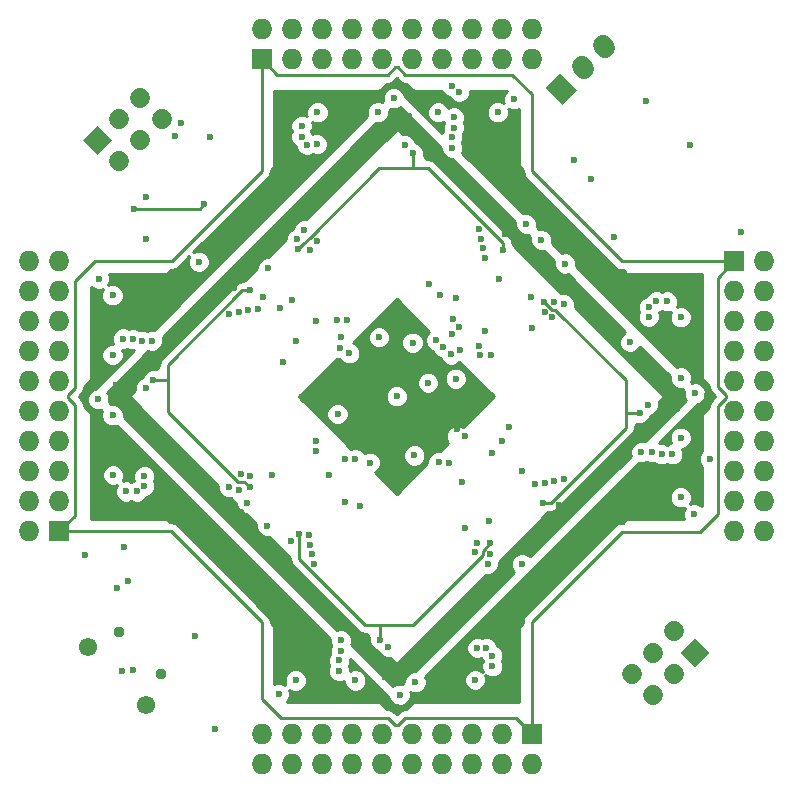
<source format=gbr>
G04 #@! TF.FileFunction,Copper,L3,Inr,Plane*
%FSLAX46Y46*%
G04 Gerber Fmt 4.6, Leading zero omitted, Abs format (unit mm)*
G04 Created by KiCad (PCBNEW 4.0.6-e0-6349~53~ubuntu14.04.1) date Fri Mar 31 01:21:10 2017*
%MOMM*%
%LPD*%
G01*
G04 APERTURE LIST*
%ADD10C,0.100000*%
%ADD11C,1.727200*%
%ADD12R,1.727200X1.727200*%
%ADD13O,1.727200X1.727200*%
%ADD14C,0.950000*%
%ADD15C,1.550000*%
%ADD16C,0.600000*%
%ADD17C,0.250000*%
%ADD18C,0.254000*%
G04 APERTURE END LIST*
D10*
G36*
X14077763Y24705922D02*
X12640922Y26142763D01*
X13862237Y27364078D01*
X15299078Y25927237D01*
X14077763Y24705922D01*
X14077763Y24705922D01*
G37*
D11*
X15658288Y27938814D02*
X15873814Y27723288D01*
X17454339Y29734865D02*
X17669865Y29519339D01*
D12*
X11430000Y-28575000D03*
D13*
X11430000Y-31115000D03*
X8890000Y-28575000D03*
X8890000Y-31115000D03*
X6350000Y-28575000D03*
X6350000Y-31115000D03*
X3810000Y-28575000D03*
X3810000Y-31115000D03*
X1270000Y-28575000D03*
X1270000Y-31115000D03*
X-1270000Y-28575000D03*
X-1270000Y-31115000D03*
X-3810000Y-28575000D03*
X-3810000Y-31115000D03*
X-6350000Y-28575000D03*
X-6350000Y-31115000D03*
X-8890000Y-28575000D03*
X-8890000Y-31115000D03*
X-11430000Y-28575000D03*
X-11430000Y-31115000D03*
D12*
X-28575000Y-11430000D03*
D13*
X-31115000Y-11430000D03*
X-28575000Y-8890000D03*
X-31115000Y-8890000D03*
X-28575000Y-6350000D03*
X-31115000Y-6350000D03*
X-28575000Y-3810000D03*
X-31115000Y-3810000D03*
X-28575000Y-1270000D03*
X-31115000Y-1270000D03*
X-28575000Y1270000D03*
X-31115000Y1270000D03*
X-28575000Y3810000D03*
X-31115000Y3810000D03*
X-28575000Y6350000D03*
X-31115000Y6350000D03*
X-28575000Y8890000D03*
X-31115000Y8890000D03*
X-28575000Y11430000D03*
X-31115000Y11430000D03*
D12*
X-11430000Y28575000D03*
D13*
X-11430000Y31115000D03*
X-8890000Y28575000D03*
X-8890000Y31115000D03*
X-6350000Y28575000D03*
X-6350000Y31115000D03*
X-3810000Y28575000D03*
X-3810000Y31115000D03*
X-1270000Y28575000D03*
X-1270000Y31115000D03*
X1270000Y28575000D03*
X1270000Y31115000D03*
X3810000Y28575000D03*
X3810000Y31115000D03*
X6350000Y28575000D03*
X6350000Y31115000D03*
X8890000Y28575000D03*
X8890000Y31115000D03*
X11430000Y28575000D03*
X11430000Y31115000D03*
D12*
X28575000Y11430000D03*
D13*
X31115000Y11430000D03*
X28575000Y8890000D03*
X31115000Y8890000D03*
X28575000Y6350000D03*
X31115000Y6350000D03*
X28575000Y3810000D03*
X31115000Y3810000D03*
X28575000Y1270000D03*
X31115000Y1270000D03*
X28575000Y-1270000D03*
X31115000Y-1270000D03*
X28575000Y-3810000D03*
X31115000Y-3810000D03*
X28575000Y-6350000D03*
X31115000Y-6350000D03*
X28575000Y-8890000D03*
X31115000Y-8890000D03*
X28575000Y-11430000D03*
X31115000Y-11430000D03*
D14*
X-19986714Y-23523521D03*
X-23522248Y-19987987D03*
D15*
X-21188796Y-26139816D03*
X-26138543Y-21190068D03*
D10*
G36*
X-25290000Y20478685D02*
X-26511315Y21700000D01*
X-25290000Y22921315D01*
X-24068685Y21700000D01*
X-25290000Y20478685D01*
X-25290000Y20478685D01*
G37*
D11*
X-23493949Y19903949D02*
X-23493949Y19903949D01*
X-23493949Y23496051D02*
X-23493949Y23496051D01*
X-21697898Y21700000D02*
X-21697898Y21700000D01*
X-21697898Y25292102D02*
X-21697898Y25292102D01*
X-19901846Y23496051D02*
X-19901846Y23496051D01*
D10*
G36*
X25290000Y-20478685D02*
X26511315Y-21700000D01*
X25290000Y-22921315D01*
X24068685Y-21700000D01*
X25290000Y-20478685D01*
X25290000Y-20478685D01*
G37*
D11*
X23493949Y-19903949D02*
X23493949Y-19903949D01*
X23493949Y-23496051D02*
X23493949Y-23496051D01*
X21697898Y-21700000D02*
X21697898Y-21700000D01*
X21697898Y-25292102D02*
X21697898Y-25292102D01*
X19901846Y-23496051D02*
X19901846Y-23496051D01*
D16*
X7850000Y-10550000D03*
X5550000Y-7250000D03*
X19750000Y4600000D03*
X24800000Y21300000D03*
X-16750000Y11400000D03*
X8700000Y9900000D03*
X-9850000Y7450000D03*
X16500000Y18400000D03*
X21150000Y25050000D03*
X-13150000Y-9800000D03*
X-8850000Y-15750000D03*
X-15750000Y-8850000D03*
X-9750000Y13850000D03*
X1050000Y23750000D03*
X-23750000Y1000000D03*
X-1000000Y-23750000D03*
X23750000Y-1050000D03*
X-3050000Y21250000D03*
X-21250000Y-3050000D03*
X21250000Y3050000D03*
X3050000Y-21250000D03*
X13650000Y9300000D03*
X9050000Y-15050000D03*
X13750000Y-9200000D03*
X9200000Y13750000D03*
X-13750000Y9200000D03*
X5100000Y-2800000D03*
X-5750000Y-6650000D03*
X5750000Y-3350000D03*
X3550000Y-5550000D03*
X4400000Y-5650000D03*
X-9600000Y2900000D03*
X-8500000Y4650000D03*
X-6850000Y6400000D03*
X4650000Y26300000D03*
X5300000Y25800000D03*
X5400000Y3950000D03*
X9500000Y-2600000D03*
X7000000Y4300000D03*
X7100000Y3500000D03*
X8000000Y3500000D03*
X8900000Y-3800000D03*
X8100000Y-4800000D03*
X-3100000Y-9300000D03*
X-4400000Y-8900000D03*
X21250000Y-700000D03*
X5250000Y-50000D03*
X4450000Y-1750000D03*
X-3150000Y-2950000D03*
X50000Y5250000D03*
X700000Y21250000D03*
X-5000000Y-500000D03*
X-21250000Y700000D03*
X500000Y-5000000D03*
X-700000Y-21200000D03*
X11500000Y5800000D03*
X-11300000Y8450000D03*
X10600000Y-6350000D03*
X-8850000Y8150000D03*
X-10550000Y-6650000D03*
X-10850000Y10850000D03*
X10600000Y-14200000D03*
X5800000Y-11150000D03*
X-10950000Y-10950000D03*
X-9950000Y-25200000D03*
X25200000Y-9950000D03*
X9950000Y25150000D03*
X-25200000Y9950000D03*
X1350000Y4550000D03*
X15050000Y20000000D03*
X10950000Y14600000D03*
X-250000Y25250000D03*
X-25250000Y-250000D03*
X250000Y-25250000D03*
X25250000Y250000D03*
X5000000Y1500000D03*
X1500000Y-5000000D03*
X-5000000Y-1500000D03*
X-1500000Y5000000D03*
X-8550000Y-24050000D03*
X-3500000Y-24050000D03*
X1600000Y-24200000D03*
X6650000Y-24000000D03*
X-24000000Y-6650000D03*
X-24050000Y-1600000D03*
X-24050000Y3500000D03*
X-24050000Y8550000D03*
X-6700000Y24050000D03*
X-1600000Y24050000D03*
X3500000Y24050000D03*
X8550000Y24050000D03*
X24050000Y6700000D03*
X24050000Y1600000D03*
X24050000Y-3500000D03*
X24050000Y-8550000D03*
X-3500000Y-5300000D03*
X-4400000Y-5300000D03*
X-6850000Y-3750000D03*
X-6850000Y-4650000D03*
X2750000Y9550000D03*
X-4750000Y4100000D03*
X-4700000Y5050000D03*
X-4200000Y6450000D03*
X-5050000Y6500000D03*
X3700000Y8600000D03*
X5000000Y8300000D03*
X-22900000Y-8050000D03*
X-22000000Y-8050000D03*
X-21350000Y-6750000D03*
X-21350000Y-7550000D03*
X-14150000Y-7700000D03*
X-13350000Y-7900000D03*
X-13200000Y-6600000D03*
X-12400000Y-6700000D03*
X2650000Y1150000D03*
X-2250000Y-5600000D03*
X0Y0D03*
X-4000000Y3650000D03*
X-11750000Y7400000D03*
X-12550000Y7300000D03*
X-13350000Y7150000D03*
X-14150000Y7000000D03*
X-23150000Y4900000D03*
X-22350000Y4850000D03*
X-21550000Y4700000D03*
X-20700000Y4700000D03*
X-8050000Y22900000D03*
X-8050000Y22000000D03*
X-6750000Y21350000D03*
X-7600000Y21300000D03*
X-7800000Y14100000D03*
X-8450000Y13300000D03*
X-6700000Y13200000D03*
X-7350000Y12400000D03*
X7450000Y11750000D03*
X7300000Y12550000D03*
X7150000Y13350000D03*
X7000000Y14150000D03*
X4850000Y23650000D03*
X4850000Y22750000D03*
X4700000Y21950000D03*
X4700000Y21050000D03*
X22900000Y8050000D03*
X22000000Y8050000D03*
X21350000Y6750000D03*
X21350000Y7550000D03*
X14150000Y7800000D03*
X13350000Y8000000D03*
X13200000Y6700000D03*
X12550000Y7150000D03*
X11750000Y-7450000D03*
X12550000Y-7300000D03*
X13350000Y-7150000D03*
X14150000Y-7000000D03*
X23350000Y-4900000D03*
X22450000Y-4900000D03*
X21650000Y-4700000D03*
X20700000Y-4700000D03*
X8100000Y-22850000D03*
X8100000Y-21950000D03*
X6800000Y-21300000D03*
X7600000Y-21300000D03*
X7750000Y-14150000D03*
X7950000Y-13350000D03*
X6650000Y-13200000D03*
X6850000Y-12400000D03*
X-7450000Y-11750000D03*
X-7300000Y-12550000D03*
X-7150000Y-13350000D03*
X-7000000Y-14150000D03*
X-4900000Y-23250000D03*
X-4850000Y-22350000D03*
X-4700000Y-21550000D03*
X-4700000Y-20650000D03*
X-20600000Y1400000D03*
X-12450000Y9000000D03*
X-12450000Y-7700000D03*
X-8350000Y12450000D03*
X1400000Y20600000D03*
X9050000Y12400000D03*
X15850000Y-13450000D03*
X-13850000Y-13850000D03*
X-14450000Y14450000D03*
X0Y26300000D03*
X-26300000Y0D03*
X0Y-26300000D03*
X26300000Y0D03*
X20600000Y-1400000D03*
X12400000Y-9000000D03*
X12500000Y8000000D03*
X-8250000Y-11650000D03*
X-1400000Y-20600000D03*
X7950000Y-12450000D03*
X-16300000Y16250000D03*
X-22200000Y15900000D03*
X-12650000Y-9000000D03*
X-8900000Y-12200000D03*
X-23250000Y-23250000D03*
X-22300000Y-23200000D03*
X-18750000Y22050000D03*
X-17100000Y-20250000D03*
X-26400000Y-13400000D03*
X-18250000Y23150000D03*
X26500000Y-5300000D03*
X7450000Y5550000D03*
X11350000Y8400000D03*
X3950000Y4150000D03*
X3350000Y4750000D03*
X4700000Y5250000D03*
X5250000Y5900000D03*
X4750000Y6550000D03*
X12250000Y13250000D03*
X18400000Y13500000D03*
X14250000Y11250000D03*
X4600000Y3550000D03*
X-23100000Y-12750000D03*
X29150000Y13900000D03*
X-22700000Y-15650000D03*
X-15800000Y22000000D03*
X-21250000Y13300000D03*
X-21250000Y16850000D03*
X-15400000Y-28200000D03*
X-23700000Y-16200000D03*
D17*
X750000Y-27250000D02*
X150000Y-27850000D01*
X1150000Y-27250000D02*
X750000Y-27250000D01*
X1150000Y-27250000D02*
X9150000Y-27250000D01*
X27200000Y-1000000D02*
X27200000Y-800000D01*
X11430000Y-19070000D02*
X19050000Y-11450000D01*
X19050000Y-11450000D02*
X25700000Y-11450000D01*
X25700000Y-11450000D02*
X27200000Y-9950000D01*
X27200000Y-9950000D02*
X27200000Y-1000000D01*
X11430000Y-28575000D02*
X11430000Y-19070000D01*
X9150000Y-27250000D02*
X10105000Y-27250000D01*
X10105000Y-27250000D02*
X11430000Y-28575000D01*
X27850000Y-150000D02*
X27850000Y150000D01*
X27200000Y-800000D02*
X27850000Y-150000D01*
X27850000Y150000D02*
X27200000Y800000D01*
X27200000Y800000D02*
X27200000Y1200000D01*
X27200000Y8950000D02*
X27200000Y10055000D01*
X27200000Y1200000D02*
X27200000Y8950000D01*
X-9800000Y-27250000D02*
X-750000Y-27250000D01*
X-11400000Y-25650000D02*
X-9800000Y-27250000D01*
X-11400000Y-19100000D02*
X-11400000Y-25650000D01*
X-19070000Y-11430000D02*
X-11400000Y-19100000D01*
X-150000Y-27850000D02*
X-750000Y-27250000D01*
X150000Y-27850000D02*
X-150000Y-27850000D01*
X-28575000Y-11430000D02*
X-19070000Y-11430000D01*
X-27250000Y-750000D02*
X-27250000Y-1300000D01*
X-27850000Y-150000D02*
X-27250000Y-750000D01*
X-27850000Y150000D02*
X-27850000Y-150000D01*
X-27250000Y-8900000D02*
X-27250000Y-10105000D01*
X-27250000Y-1300000D02*
X-27250000Y-8900000D01*
X-27250000Y-10105000D02*
X-28575000Y-11430000D01*
X-27250000Y750000D02*
X-27850000Y150000D01*
X-27250000Y950000D02*
X-27250000Y750000D01*
X-11430000Y19070000D02*
X-19050000Y11450000D01*
X-19050000Y11450000D02*
X-25550000Y11450000D01*
X-25550000Y11450000D02*
X-27250000Y9750000D01*
X-27250000Y9750000D02*
X-27250000Y950000D01*
X-11430000Y28575000D02*
X-11430000Y19070000D01*
X-750000Y27250000D02*
X-1150000Y27250000D01*
X-150000Y27850000D02*
X-750000Y27250000D01*
X150000Y27850000D02*
X-150000Y27850000D01*
X-9000000Y27250000D02*
X-10105000Y27250000D01*
X-1150000Y27250000D02*
X-9000000Y27250000D01*
X-10105000Y27250000D02*
X-11430000Y28575000D01*
X750000Y27250000D02*
X150000Y27850000D01*
X27200000Y10055000D02*
X28575000Y11430000D01*
X1000000Y27250000D02*
X750000Y27250000D01*
X19070000Y11430000D02*
X11450000Y19050000D01*
X11450000Y19050000D02*
X11450000Y25600000D01*
X11450000Y25600000D02*
X9800000Y27250000D01*
X9800000Y27250000D02*
X1000000Y27250000D01*
X28575000Y11430000D02*
X19070000Y11430000D01*
X-20600000Y1400000D02*
X-19350000Y1400000D01*
X-12450000Y9000000D02*
X-13050000Y9000000D01*
X-13050000Y9000000D02*
X-19350000Y2700000D01*
X-19350000Y2700000D02*
X-19350000Y1400000D01*
X-19350000Y1400000D02*
X-19350000Y-1350000D01*
X-19350000Y-1350000D02*
X-13450000Y-7250000D01*
X-13450000Y-7250000D02*
X-12900000Y-7250000D01*
X-12900000Y-7250000D02*
X-12450000Y-7700000D01*
X-7800000Y13000000D02*
X-8350000Y12450000D01*
X-7350000Y13450000D02*
X-7800000Y13000000D01*
X-1450000Y19350000D02*
X-7350000Y13450000D01*
X1400000Y19350000D02*
X-1450000Y19350000D01*
X1400000Y20600000D02*
X1400000Y19350000D01*
X9050000Y12400000D02*
X9050000Y13000000D01*
X9050000Y13000000D02*
X2700000Y19350000D01*
X2700000Y19350000D02*
X1400000Y19350000D01*
X20600000Y-1400000D02*
X19400000Y-1400000D01*
X12400000Y-9000000D02*
X13050000Y-9000000D01*
X13050000Y-9000000D02*
X19400000Y-2650000D01*
X19400000Y-2650000D02*
X19400000Y-1400000D01*
X19400000Y-1400000D02*
X19400000Y1400000D01*
X19400000Y1400000D02*
X13450000Y7350000D01*
X13450000Y7350000D02*
X13150000Y7350000D01*
X13150000Y7350000D02*
X12500000Y8000000D01*
X-8250000Y-13800000D02*
X-2700000Y-19350000D01*
X-8250000Y-11650000D02*
X-8250000Y-13800000D01*
X-1400000Y-20600000D02*
X-1400000Y-19350000D01*
X1825000Y-18925000D02*
X1400000Y-19350000D01*
X1400000Y-19350000D02*
X-1400000Y-19350000D01*
X-1400000Y-19350000D02*
X-2700000Y-19350000D01*
X7950000Y-12450000D02*
X7450000Y-12950000D01*
X7450000Y-12950000D02*
X7300000Y-13100000D01*
X7300000Y-13100000D02*
X7300000Y-13450000D01*
X7300000Y-13450000D02*
X6900000Y-13850000D01*
X6900000Y-13850000D02*
X3350000Y-17400000D01*
X3350000Y-17400000D02*
X1825000Y-18925000D01*
X-22200000Y15900000D02*
X-16650000Y15900000D01*
X-16650000Y15900000D02*
X-16300000Y16250000D01*
D18*
G36*
X2764117Y5486277D02*
X2557808Y5280327D01*
X2415162Y4936799D01*
X2414838Y4564833D01*
X2556883Y4221057D01*
X2819673Y3957808D01*
X3058762Y3858529D01*
X3156883Y3621057D01*
X3419673Y3357808D01*
X3719117Y3233467D01*
X3806883Y3021057D01*
X4069673Y2757808D01*
X4413201Y2615162D01*
X4785167Y2614838D01*
X5128943Y2756883D01*
X5311386Y2939008D01*
X8250394Y0D01*
X5661429Y-2588965D01*
X5630327Y-2557808D01*
X5286799Y-2415162D01*
X4914833Y-2414838D01*
X4571057Y-2556883D01*
X4307808Y-2819673D01*
X4165162Y-3163201D01*
X4164838Y-3535167D01*
X4306883Y-3878943D01*
X4339139Y-3911255D01*
X3635320Y-4615074D01*
X3364833Y-4614838D01*
X3021057Y-4756883D01*
X2757808Y-5019673D01*
X2615162Y-5363201D01*
X2614925Y-5635469D01*
X0Y-8250394D01*
X-1817449Y-6432945D01*
X-1721057Y-6393117D01*
X-1457808Y-6130327D01*
X-1315162Y-5786799D01*
X-1314838Y-5414833D01*
X-1409733Y-5185167D01*
X564838Y-5185167D01*
X706883Y-5528943D01*
X969673Y-5792192D01*
X1313201Y-5934838D01*
X1685167Y-5935162D01*
X2028943Y-5793117D01*
X2292192Y-5530327D01*
X2434838Y-5186799D01*
X2435162Y-4814833D01*
X2293117Y-4471057D01*
X2030327Y-4207808D01*
X1686799Y-4065162D01*
X1314833Y-4064838D01*
X971057Y-4206883D01*
X707808Y-4469673D01*
X565162Y-4813201D01*
X564838Y-5185167D01*
X-1409733Y-5185167D01*
X-1456883Y-5071057D01*
X-1719673Y-4807808D01*
X-2063201Y-4665162D01*
X-2435167Y-4664838D01*
X-2704747Y-4776226D01*
X-2706883Y-4771057D01*
X-2969673Y-4507808D01*
X-3313201Y-4365162D01*
X-3685167Y-4364838D01*
X-3826966Y-4423428D01*
X-6565227Y-1685167D01*
X-5935162Y-1685167D01*
X-5793117Y-2028943D01*
X-5530327Y-2292192D01*
X-5186799Y-2434838D01*
X-4814833Y-2435162D01*
X-4471057Y-2293117D01*
X-4207808Y-2030327D01*
X-4065162Y-1686799D01*
X-4064838Y-1314833D01*
X-4206883Y-971057D01*
X-4469673Y-707808D01*
X-4813201Y-565162D01*
X-5185167Y-564838D01*
X-5528943Y-706883D01*
X-5792192Y-969673D01*
X-5934838Y-1313201D01*
X-5935162Y-1685167D01*
X-6565227Y-1685167D01*
X-8065227Y-185167D01*
X-935162Y-185167D01*
X-793117Y-528943D01*
X-530327Y-792192D01*
X-186799Y-934838D01*
X185167Y-935162D01*
X528943Y-793117D01*
X792192Y-530327D01*
X934838Y-186799D01*
X935162Y185167D01*
X793117Y528943D01*
X530327Y792192D01*
X186799Y934838D01*
X-185167Y935162D01*
X-528943Y793117D01*
X-792192Y530327D01*
X-934838Y186799D01*
X-935162Y-185167D01*
X-8065227Y-185167D01*
X-8250394Y0D01*
X-7285561Y964833D01*
X1714838Y964833D01*
X1856883Y621057D01*
X2119673Y357808D01*
X2463201Y215162D01*
X2835167Y214838D01*
X3178943Y356883D01*
X3442192Y619673D01*
X3584838Y963201D01*
X3585144Y1314833D01*
X4064838Y1314833D01*
X4206883Y971057D01*
X4469673Y707808D01*
X4813201Y565162D01*
X5185167Y564838D01*
X5528943Y706883D01*
X5792192Y969673D01*
X5934838Y1313201D01*
X5935162Y1685167D01*
X5793117Y2028943D01*
X5530327Y2292192D01*
X5186799Y2434838D01*
X4814833Y2435162D01*
X4471057Y2293117D01*
X4207808Y2030327D01*
X4065162Y1686799D01*
X4064838Y1314833D01*
X3585144Y1314833D01*
X3585162Y1335167D01*
X3443117Y1678943D01*
X3180327Y1942192D01*
X2836799Y2084838D01*
X2464833Y2085162D01*
X2121057Y1943117D01*
X1857808Y1680327D01*
X1715162Y1336799D01*
X1714838Y964833D01*
X-7285561Y964833D01*
X-5041681Y3208713D01*
X-4936799Y3165162D01*
X-4811296Y3165053D01*
X-4793117Y3121057D01*
X-4530327Y2857808D01*
X-4186799Y2715162D01*
X-3814833Y2714838D01*
X-3471057Y2856883D01*
X-3207808Y3119673D01*
X-3065162Y3463201D01*
X-3064838Y3835167D01*
X-3206883Y4178943D01*
X-3469673Y4442192D01*
X-3708876Y4541518D01*
X-3435561Y4814833D01*
X-2435162Y4814833D01*
X-2293117Y4471057D01*
X-2030327Y4207808D01*
X-1686799Y4065162D01*
X-1314833Y4064838D01*
X-971057Y4206883D01*
X-812832Y4364833D01*
X414838Y4364833D01*
X556883Y4021057D01*
X819673Y3757808D01*
X1163201Y3615162D01*
X1535167Y3614838D01*
X1878943Y3756883D01*
X2142192Y4019673D01*
X2284838Y4363201D01*
X2285162Y4735167D01*
X2143117Y5078943D01*
X1880327Y5342192D01*
X1536799Y5484838D01*
X1164833Y5485162D01*
X821057Y5343117D01*
X557808Y5080327D01*
X415162Y4736799D01*
X414838Y4364833D01*
X-812832Y4364833D01*
X-707808Y4469673D01*
X-565162Y4813201D01*
X-564838Y5185167D01*
X-706883Y5528943D01*
X-969673Y5792192D01*
X-1313201Y5934838D01*
X-1685167Y5935162D01*
X-2028943Y5793117D01*
X-2292192Y5530327D01*
X-2434838Y5186799D01*
X-2435162Y4814833D01*
X-3435561Y4814833D01*
X0Y8250394D01*
X2764117Y5486277D01*
X2764117Y5486277D01*
G37*
X2764117Y5486277D02*
X2557808Y5280327D01*
X2415162Y4936799D01*
X2414838Y4564833D01*
X2556883Y4221057D01*
X2819673Y3957808D01*
X3058762Y3858529D01*
X3156883Y3621057D01*
X3419673Y3357808D01*
X3719117Y3233467D01*
X3806883Y3021057D01*
X4069673Y2757808D01*
X4413201Y2615162D01*
X4785167Y2614838D01*
X5128943Y2756883D01*
X5311386Y2939008D01*
X8250394Y0D01*
X5661429Y-2588965D01*
X5630327Y-2557808D01*
X5286799Y-2415162D01*
X4914833Y-2414838D01*
X4571057Y-2556883D01*
X4307808Y-2819673D01*
X4165162Y-3163201D01*
X4164838Y-3535167D01*
X4306883Y-3878943D01*
X4339139Y-3911255D01*
X3635320Y-4615074D01*
X3364833Y-4614838D01*
X3021057Y-4756883D01*
X2757808Y-5019673D01*
X2615162Y-5363201D01*
X2614925Y-5635469D01*
X0Y-8250394D01*
X-1817449Y-6432945D01*
X-1721057Y-6393117D01*
X-1457808Y-6130327D01*
X-1315162Y-5786799D01*
X-1314838Y-5414833D01*
X-1409733Y-5185167D01*
X564838Y-5185167D01*
X706883Y-5528943D01*
X969673Y-5792192D01*
X1313201Y-5934838D01*
X1685167Y-5935162D01*
X2028943Y-5793117D01*
X2292192Y-5530327D01*
X2434838Y-5186799D01*
X2435162Y-4814833D01*
X2293117Y-4471057D01*
X2030327Y-4207808D01*
X1686799Y-4065162D01*
X1314833Y-4064838D01*
X971057Y-4206883D01*
X707808Y-4469673D01*
X565162Y-4813201D01*
X564838Y-5185167D01*
X-1409733Y-5185167D01*
X-1456883Y-5071057D01*
X-1719673Y-4807808D01*
X-2063201Y-4665162D01*
X-2435167Y-4664838D01*
X-2704747Y-4776226D01*
X-2706883Y-4771057D01*
X-2969673Y-4507808D01*
X-3313201Y-4365162D01*
X-3685167Y-4364838D01*
X-3826966Y-4423428D01*
X-6565227Y-1685167D01*
X-5935162Y-1685167D01*
X-5793117Y-2028943D01*
X-5530327Y-2292192D01*
X-5186799Y-2434838D01*
X-4814833Y-2435162D01*
X-4471057Y-2293117D01*
X-4207808Y-2030327D01*
X-4065162Y-1686799D01*
X-4064838Y-1314833D01*
X-4206883Y-971057D01*
X-4469673Y-707808D01*
X-4813201Y-565162D01*
X-5185167Y-564838D01*
X-5528943Y-706883D01*
X-5792192Y-969673D01*
X-5934838Y-1313201D01*
X-5935162Y-1685167D01*
X-6565227Y-1685167D01*
X-8065227Y-185167D01*
X-935162Y-185167D01*
X-793117Y-528943D01*
X-530327Y-792192D01*
X-186799Y-934838D01*
X185167Y-935162D01*
X528943Y-793117D01*
X792192Y-530327D01*
X934838Y-186799D01*
X935162Y185167D01*
X793117Y528943D01*
X530327Y792192D01*
X186799Y934838D01*
X-185167Y935162D01*
X-528943Y793117D01*
X-792192Y530327D01*
X-934838Y186799D01*
X-935162Y-185167D01*
X-8065227Y-185167D01*
X-8250394Y0D01*
X-7285561Y964833D01*
X1714838Y964833D01*
X1856883Y621057D01*
X2119673Y357808D01*
X2463201Y215162D01*
X2835167Y214838D01*
X3178943Y356883D01*
X3442192Y619673D01*
X3584838Y963201D01*
X3585144Y1314833D01*
X4064838Y1314833D01*
X4206883Y971057D01*
X4469673Y707808D01*
X4813201Y565162D01*
X5185167Y564838D01*
X5528943Y706883D01*
X5792192Y969673D01*
X5934838Y1313201D01*
X5935162Y1685167D01*
X5793117Y2028943D01*
X5530327Y2292192D01*
X5186799Y2434838D01*
X4814833Y2435162D01*
X4471057Y2293117D01*
X4207808Y2030327D01*
X4065162Y1686799D01*
X4064838Y1314833D01*
X3585144Y1314833D01*
X3585162Y1335167D01*
X3443117Y1678943D01*
X3180327Y1942192D01*
X2836799Y2084838D01*
X2464833Y2085162D01*
X2121057Y1943117D01*
X1857808Y1680327D01*
X1715162Y1336799D01*
X1714838Y964833D01*
X-7285561Y964833D01*
X-5041681Y3208713D01*
X-4936799Y3165162D01*
X-4811296Y3165053D01*
X-4793117Y3121057D01*
X-4530327Y2857808D01*
X-4186799Y2715162D01*
X-3814833Y2714838D01*
X-3471057Y2856883D01*
X-3207808Y3119673D01*
X-3065162Y3463201D01*
X-3064838Y3835167D01*
X-3206883Y4178943D01*
X-3469673Y4442192D01*
X-3708876Y4541518D01*
X-3435561Y4814833D01*
X-2435162Y4814833D01*
X-2293117Y4471057D01*
X-2030327Y4207808D01*
X-1686799Y4065162D01*
X-1314833Y4064838D01*
X-971057Y4206883D01*
X-812832Y4364833D01*
X414838Y4364833D01*
X556883Y4021057D01*
X819673Y3757808D01*
X1163201Y3615162D01*
X1535167Y3614838D01*
X1878943Y3756883D01*
X2142192Y4019673D01*
X2284838Y4363201D01*
X2285162Y4735167D01*
X2143117Y5078943D01*
X1880327Y5342192D01*
X1536799Y5484838D01*
X1164833Y5485162D01*
X821057Y5343117D01*
X557808Y5080327D01*
X415162Y4736799D01*
X414838Y4364833D01*
X-812832Y4364833D01*
X-707808Y4469673D01*
X-565162Y4813201D01*
X-564838Y5185167D01*
X-706883Y5528943D01*
X-969673Y5792192D01*
X-1313201Y5934838D01*
X-1685167Y5935162D01*
X-2028943Y5793117D01*
X-2292192Y5530327D01*
X-2434838Y5186799D01*
X-2435162Y4814833D01*
X-3435561Y4814833D01*
X0Y8250394D01*
X2764117Y5486277D01*
G36*
X3765004Y21055390D02*
X3764838Y20864833D01*
X3906883Y20521057D01*
X4169673Y20257808D01*
X4513201Y20115162D01*
X4705399Y20114995D01*
X10020570Y14799824D01*
X10015162Y14786799D01*
X10014838Y14414833D01*
X10156883Y14071057D01*
X10419673Y13807808D01*
X10763201Y13665162D01*
X11135167Y13664838D01*
X11149595Y13670799D01*
X11335241Y13485153D01*
X11315162Y13436799D01*
X11314838Y13064833D01*
X11456883Y12721057D01*
X11719673Y12457808D01*
X12063201Y12315162D01*
X12435167Y12314838D01*
X12484976Y12335418D01*
X13335241Y11485153D01*
X13315162Y11436799D01*
X13314838Y11064833D01*
X13456883Y10721057D01*
X13719673Y10457808D01*
X14063201Y10315162D01*
X14435167Y10314838D01*
X14484976Y10335418D01*
X19366982Y5453412D01*
X19221057Y5393117D01*
X18957808Y5130327D01*
X18815162Y4786799D01*
X18814838Y4414833D01*
X18956883Y4071057D01*
X19219673Y3807808D01*
X19563201Y3665162D01*
X19935167Y3664838D01*
X20278943Y3806883D01*
X20542192Y4069673D01*
X20603376Y4217018D01*
X23115091Y1705303D01*
X23114838Y1414833D01*
X23256883Y1071057D01*
X23519673Y807808D01*
X23863201Y665162D01*
X24155487Y664907D01*
X24335241Y485153D01*
X24315162Y436799D01*
X24314838Y64833D01*
X24456883Y-278943D01*
X24499130Y-321264D01*
X21005813Y-3814581D01*
X20886799Y-3765162D01*
X20514833Y-3764838D01*
X20171057Y-3906883D01*
X19907808Y-4169673D01*
X19765162Y-4513201D01*
X19764838Y-4885167D01*
X19814657Y-5005737D01*
X11271333Y-13549061D01*
X11130327Y-13407808D01*
X10786799Y-13265162D01*
X10414833Y-13264838D01*
X10071057Y-13406883D01*
X9807808Y-13669673D01*
X9665162Y-14013201D01*
X9664838Y-14385167D01*
X9806883Y-14728943D01*
X9949043Y-14871351D01*
X1555434Y-23264960D01*
X1414833Y-23264838D01*
X1071057Y-23406883D01*
X807808Y-23669673D01*
X665162Y-24013201D01*
X665038Y-24155356D01*
X485153Y-24335241D01*
X436799Y-24315162D01*
X64833Y-24314838D01*
X-278943Y-24456883D01*
X-321264Y-24499130D01*
X-3829252Y-20991142D01*
X-3765162Y-20836799D01*
X-3764838Y-20464833D01*
X-3906883Y-20121057D01*
X-4169673Y-19857808D01*
X-4513201Y-19715162D01*
X-4885167Y-19714838D01*
X-5041118Y-19779276D01*
X-23115091Y-1705303D01*
X-23114838Y-1414833D01*
X-23256883Y-1071057D01*
X-23519673Y-807808D01*
X-23863201Y-665162D01*
X-24155487Y-664907D01*
X-24335241Y-485153D01*
X-24315162Y-436799D01*
X-24314838Y-64833D01*
X-24340901Y-1754D01*
X-22626988Y-1754D01*
X-22616300Y-51022D01*
X-22589803Y-89803D01*
X-15084909Y-7594697D01*
X-15085162Y-7885167D01*
X-14943117Y-8228943D01*
X-14680327Y-8492192D01*
X-14336799Y-8634838D01*
X-14044513Y-8635093D01*
X-13585083Y-9094523D01*
X-13585162Y-9185167D01*
X-13443117Y-9528943D01*
X-13180327Y-9792192D01*
X-12836799Y-9934838D01*
X-12744688Y-9934918D01*
X-11884865Y-10794741D01*
X-11885162Y-11135167D01*
X-11743117Y-11478943D01*
X-11480327Y-11742192D01*
X-11136799Y-11884838D01*
X-10794470Y-11885136D01*
X-9010000Y-13669606D01*
X-9010000Y-13800000D01*
X-8952148Y-14090839D01*
X-8787401Y-14337401D01*
X-3237401Y-19887401D01*
X-2990840Y-20052148D01*
X-2700000Y-20110000D01*
X-2569606Y-20110000D01*
X-2314759Y-20364847D01*
X-2334838Y-20413201D01*
X-2335162Y-20785167D01*
X-2193117Y-21128943D01*
X-1930327Y-21392192D01*
X-1586799Y-21534838D01*
X-1573315Y-21534850D01*
X-1493117Y-21728943D01*
X-1230327Y-21992192D01*
X-886799Y-22134838D01*
X-544470Y-22135136D01*
X-89803Y-22589803D01*
X-47789Y-22617666D01*
X1754Y-22626988D01*
X51022Y-22616300D01*
X89803Y-22589803D01*
X7594741Y-15084865D01*
X7935167Y-15085162D01*
X8278943Y-14943117D01*
X8542192Y-14680327D01*
X8684838Y-14336799D01*
X8685136Y-13994470D01*
X12856596Y-9823010D01*
X12928943Y-9793117D01*
X12962118Y-9760000D01*
X13050000Y-9760000D01*
X13340839Y-9702148D01*
X13587401Y-9537401D01*
X19937401Y-3187401D01*
X20102148Y-2940839D01*
X20160000Y-2650000D01*
X20160000Y-2519606D01*
X20364847Y-2314759D01*
X20413201Y-2334838D01*
X20785167Y-2335162D01*
X21128943Y-2193117D01*
X21392192Y-1930327D01*
X21531239Y-1595466D01*
X21778943Y-1493117D01*
X22042192Y-1230327D01*
X22184838Y-886799D01*
X22185162Y-514833D01*
X22179201Y-500405D01*
X22589803Y-89803D01*
X22617666Y-47789D01*
X22626988Y1754D01*
X22616300Y51022D01*
X22589803Y89803D01*
X15079430Y7600176D01*
X15084838Y7613201D01*
X15085162Y7985167D01*
X14943117Y8328943D01*
X14680327Y8592192D01*
X14336799Y8734838D01*
X13964833Y8735162D01*
X13950406Y8729200D01*
X9908217Y12771389D01*
X9843117Y12928943D01*
X9810000Y12962118D01*
X9810000Y13000000D01*
X9752148Y13290839D01*
X9587401Y13537401D01*
X3237401Y19887401D01*
X2990839Y20052148D01*
X2700000Y20110000D01*
X2569606Y20110000D01*
X2314759Y20364847D01*
X2334838Y20413201D01*
X2335162Y20785167D01*
X2193117Y21128943D01*
X1930327Y21392192D01*
X1595466Y21531239D01*
X1493117Y21778943D01*
X1230327Y22042192D01*
X886799Y22184838D01*
X514833Y22185162D01*
X500405Y22179201D01*
X89803Y22589803D01*
X47789Y22617666D01*
X-1754Y22626988D01*
X-51022Y22616300D01*
X-89803Y22589803D01*
X-7644741Y15034865D01*
X-7985167Y15035162D01*
X-8328943Y14893117D01*
X-8592192Y14630327D01*
X-8734838Y14286799D01*
X-8734919Y14193945D01*
X-8978943Y14093117D01*
X-9242192Y13830327D01*
X-9384838Y13486799D01*
X-9385005Y13294601D01*
X-10894566Y11785040D01*
X-11035167Y11785162D01*
X-11378943Y11643117D01*
X-11642192Y11380327D01*
X-11784838Y11036799D01*
X-11784962Y10894644D01*
X-12821389Y9858217D01*
X-12978943Y9793117D01*
X-13012118Y9760000D01*
X-13050000Y9760000D01*
X-13285272Y9713201D01*
X-13340840Y9702148D01*
X-13587401Y9537401D01*
X-19887401Y3237401D01*
X-20052148Y2990839D01*
X-20110000Y2700000D01*
X-20110000Y2569606D01*
X-20364847Y2314759D01*
X-20413201Y2334838D01*
X-20785167Y2335162D01*
X-21128943Y2193117D01*
X-21392192Y1930327D01*
X-21531239Y1595466D01*
X-21778943Y1493117D01*
X-22042192Y1230327D01*
X-22184838Y886799D01*
X-22185162Y514833D01*
X-22179201Y500405D01*
X-22589803Y89803D01*
X-22617666Y47789D01*
X-22626988Y-1754D01*
X-24340901Y-1754D01*
X-24456883Y278943D01*
X-24499130Y321264D01*
X-21005813Y3814581D01*
X-20886799Y3765162D01*
X-20514833Y3764838D01*
X-20171057Y3906883D01*
X-19907808Y4169673D01*
X-19765162Y4513201D01*
X-19764838Y4885167D01*
X-19814657Y5005737D01*
X-1705303Y23115091D01*
X-1414833Y23114838D01*
X-1071057Y23256883D01*
X-807808Y23519673D01*
X-665162Y23863201D01*
X-664907Y24155487D01*
X-485153Y24335241D01*
X-436799Y24315162D01*
X-64833Y24314838D01*
X278943Y24456883D01*
X321264Y24499130D01*
X3765004Y21055390D01*
X3765004Y21055390D01*
G37*
X3765004Y21055390D02*
X3764838Y20864833D01*
X3906883Y20521057D01*
X4169673Y20257808D01*
X4513201Y20115162D01*
X4705399Y20114995D01*
X10020570Y14799824D01*
X10015162Y14786799D01*
X10014838Y14414833D01*
X10156883Y14071057D01*
X10419673Y13807808D01*
X10763201Y13665162D01*
X11135167Y13664838D01*
X11149595Y13670799D01*
X11335241Y13485153D01*
X11315162Y13436799D01*
X11314838Y13064833D01*
X11456883Y12721057D01*
X11719673Y12457808D01*
X12063201Y12315162D01*
X12435167Y12314838D01*
X12484976Y12335418D01*
X13335241Y11485153D01*
X13315162Y11436799D01*
X13314838Y11064833D01*
X13456883Y10721057D01*
X13719673Y10457808D01*
X14063201Y10315162D01*
X14435167Y10314838D01*
X14484976Y10335418D01*
X19366982Y5453412D01*
X19221057Y5393117D01*
X18957808Y5130327D01*
X18815162Y4786799D01*
X18814838Y4414833D01*
X18956883Y4071057D01*
X19219673Y3807808D01*
X19563201Y3665162D01*
X19935167Y3664838D01*
X20278943Y3806883D01*
X20542192Y4069673D01*
X20603376Y4217018D01*
X23115091Y1705303D01*
X23114838Y1414833D01*
X23256883Y1071057D01*
X23519673Y807808D01*
X23863201Y665162D01*
X24155487Y664907D01*
X24335241Y485153D01*
X24315162Y436799D01*
X24314838Y64833D01*
X24456883Y-278943D01*
X24499130Y-321264D01*
X21005813Y-3814581D01*
X20886799Y-3765162D01*
X20514833Y-3764838D01*
X20171057Y-3906883D01*
X19907808Y-4169673D01*
X19765162Y-4513201D01*
X19764838Y-4885167D01*
X19814657Y-5005737D01*
X11271333Y-13549061D01*
X11130327Y-13407808D01*
X10786799Y-13265162D01*
X10414833Y-13264838D01*
X10071057Y-13406883D01*
X9807808Y-13669673D01*
X9665162Y-14013201D01*
X9664838Y-14385167D01*
X9806883Y-14728943D01*
X9949043Y-14871351D01*
X1555434Y-23264960D01*
X1414833Y-23264838D01*
X1071057Y-23406883D01*
X807808Y-23669673D01*
X665162Y-24013201D01*
X665038Y-24155356D01*
X485153Y-24335241D01*
X436799Y-24315162D01*
X64833Y-24314838D01*
X-278943Y-24456883D01*
X-321264Y-24499130D01*
X-3829252Y-20991142D01*
X-3765162Y-20836799D01*
X-3764838Y-20464833D01*
X-3906883Y-20121057D01*
X-4169673Y-19857808D01*
X-4513201Y-19715162D01*
X-4885167Y-19714838D01*
X-5041118Y-19779276D01*
X-23115091Y-1705303D01*
X-23114838Y-1414833D01*
X-23256883Y-1071057D01*
X-23519673Y-807808D01*
X-23863201Y-665162D01*
X-24155487Y-664907D01*
X-24335241Y-485153D01*
X-24315162Y-436799D01*
X-24314838Y-64833D01*
X-24340901Y-1754D01*
X-22626988Y-1754D01*
X-22616300Y-51022D01*
X-22589803Y-89803D01*
X-15084909Y-7594697D01*
X-15085162Y-7885167D01*
X-14943117Y-8228943D01*
X-14680327Y-8492192D01*
X-14336799Y-8634838D01*
X-14044513Y-8635093D01*
X-13585083Y-9094523D01*
X-13585162Y-9185167D01*
X-13443117Y-9528943D01*
X-13180327Y-9792192D01*
X-12836799Y-9934838D01*
X-12744688Y-9934918D01*
X-11884865Y-10794741D01*
X-11885162Y-11135167D01*
X-11743117Y-11478943D01*
X-11480327Y-11742192D01*
X-11136799Y-11884838D01*
X-10794470Y-11885136D01*
X-9010000Y-13669606D01*
X-9010000Y-13800000D01*
X-8952148Y-14090839D01*
X-8787401Y-14337401D01*
X-3237401Y-19887401D01*
X-2990840Y-20052148D01*
X-2700000Y-20110000D01*
X-2569606Y-20110000D01*
X-2314759Y-20364847D01*
X-2334838Y-20413201D01*
X-2335162Y-20785167D01*
X-2193117Y-21128943D01*
X-1930327Y-21392192D01*
X-1586799Y-21534838D01*
X-1573315Y-21534850D01*
X-1493117Y-21728943D01*
X-1230327Y-21992192D01*
X-886799Y-22134838D01*
X-544470Y-22135136D01*
X-89803Y-22589803D01*
X-47789Y-22617666D01*
X1754Y-22626988D01*
X51022Y-22616300D01*
X89803Y-22589803D01*
X7594741Y-15084865D01*
X7935167Y-15085162D01*
X8278943Y-14943117D01*
X8542192Y-14680327D01*
X8684838Y-14336799D01*
X8685136Y-13994470D01*
X12856596Y-9823010D01*
X12928943Y-9793117D01*
X12962118Y-9760000D01*
X13050000Y-9760000D01*
X13340839Y-9702148D01*
X13587401Y-9537401D01*
X19937401Y-3187401D01*
X20102148Y-2940839D01*
X20160000Y-2650000D01*
X20160000Y-2519606D01*
X20364847Y-2314759D01*
X20413201Y-2334838D01*
X20785167Y-2335162D01*
X21128943Y-2193117D01*
X21392192Y-1930327D01*
X21531239Y-1595466D01*
X21778943Y-1493117D01*
X22042192Y-1230327D01*
X22184838Y-886799D01*
X22185162Y-514833D01*
X22179201Y-500405D01*
X22589803Y-89803D01*
X22617666Y-47789D01*
X22626988Y1754D01*
X22616300Y51022D01*
X22589803Y89803D01*
X15079430Y7600176D01*
X15084838Y7613201D01*
X15085162Y7985167D01*
X14943117Y8328943D01*
X14680327Y8592192D01*
X14336799Y8734838D01*
X13964833Y8735162D01*
X13950406Y8729200D01*
X9908217Y12771389D01*
X9843117Y12928943D01*
X9810000Y12962118D01*
X9810000Y13000000D01*
X9752148Y13290839D01*
X9587401Y13537401D01*
X3237401Y19887401D01*
X2990839Y20052148D01*
X2700000Y20110000D01*
X2569606Y20110000D01*
X2314759Y20364847D01*
X2334838Y20413201D01*
X2335162Y20785167D01*
X2193117Y21128943D01*
X1930327Y21392192D01*
X1595466Y21531239D01*
X1493117Y21778943D01*
X1230327Y22042192D01*
X886799Y22184838D01*
X514833Y22185162D01*
X500405Y22179201D01*
X89803Y22589803D01*
X47789Y22617666D01*
X-1754Y22626988D01*
X-51022Y22616300D01*
X-89803Y22589803D01*
X-7644741Y15034865D01*
X-7985167Y15035162D01*
X-8328943Y14893117D01*
X-8592192Y14630327D01*
X-8734838Y14286799D01*
X-8734919Y14193945D01*
X-8978943Y14093117D01*
X-9242192Y13830327D01*
X-9384838Y13486799D01*
X-9385005Y13294601D01*
X-10894566Y11785040D01*
X-11035167Y11785162D01*
X-11378943Y11643117D01*
X-11642192Y11380327D01*
X-11784838Y11036799D01*
X-11784962Y10894644D01*
X-12821389Y9858217D01*
X-12978943Y9793117D01*
X-13012118Y9760000D01*
X-13050000Y9760000D01*
X-13285272Y9713201D01*
X-13340840Y9702148D01*
X-13587401Y9537401D01*
X-19887401Y3237401D01*
X-20052148Y2990839D01*
X-20110000Y2700000D01*
X-20110000Y2569606D01*
X-20364847Y2314759D01*
X-20413201Y2334838D01*
X-20785167Y2335162D01*
X-21128943Y2193117D01*
X-21392192Y1930327D01*
X-21531239Y1595466D01*
X-21778943Y1493117D01*
X-22042192Y1230327D01*
X-22184838Y886799D01*
X-22185162Y514833D01*
X-22179201Y500405D01*
X-22589803Y89803D01*
X-22617666Y47789D01*
X-22626988Y-1754D01*
X-24340901Y-1754D01*
X-24456883Y278943D01*
X-24499130Y321264D01*
X-21005813Y3814581D01*
X-20886799Y3765162D01*
X-20514833Y3764838D01*
X-20171057Y3906883D01*
X-19907808Y4169673D01*
X-19765162Y4513201D01*
X-19764838Y4885167D01*
X-19814657Y5005737D01*
X-1705303Y23115091D01*
X-1414833Y23114838D01*
X-1071057Y23256883D01*
X-807808Y23519673D01*
X-665162Y23863201D01*
X-664907Y24155487D01*
X-485153Y24335241D01*
X-436799Y24315162D01*
X-64833Y24314838D01*
X278943Y24456883D01*
X321264Y24499130D01*
X3765004Y21055390D01*
G36*
X212599Y26712599D02*
X459161Y26547852D01*
X750000Y26490000D01*
X830394Y26490000D01*
X1410197Y25910197D01*
X1452211Y25882334D01*
X1500000Y25873000D01*
X3814761Y25873000D01*
X3856883Y25771057D01*
X4119673Y25507808D01*
X4463201Y25365162D01*
X4468001Y25365158D01*
X4506883Y25271057D01*
X4769673Y25007808D01*
X5113201Y24865162D01*
X5485167Y24864838D01*
X5828943Y25006883D01*
X6092192Y25269673D01*
X6234838Y25613201D01*
X6235064Y25873000D01*
X9350818Y25873000D01*
X9157808Y25680327D01*
X9015162Y25336799D01*
X9014838Y24964833D01*
X9062444Y24849618D01*
X8736799Y24984838D01*
X8364833Y24985162D01*
X8021057Y24843117D01*
X7757808Y24580327D01*
X7615162Y24236799D01*
X7614838Y23864833D01*
X7756883Y23521057D01*
X8019673Y23257808D01*
X8363201Y23115162D01*
X8735167Y23114838D01*
X9078943Y23256883D01*
X9342192Y23519673D01*
X9484838Y23863201D01*
X9485162Y24235167D01*
X9437556Y24350382D01*
X9763201Y24215162D01*
X10135167Y24214838D01*
X10373000Y24313108D01*
X10373000Y19500000D01*
X10383006Y19450590D01*
X10410197Y19410197D01*
X10690000Y19130394D01*
X10690000Y19050000D01*
X10747852Y18759161D01*
X10912599Y18512599D01*
X18532599Y10892599D01*
X18779160Y10727852D01*
X19070000Y10670000D01*
X19150394Y10670000D01*
X19410197Y10410197D01*
X19452211Y10382334D01*
X19500000Y10373000D01*
X25873000Y10373000D01*
X25873000Y1500000D01*
X25883006Y1450590D01*
X25910197Y1410197D01*
X26440000Y880394D01*
X26440000Y800000D01*
X26497852Y509161D01*
X26662599Y262599D01*
X26925198Y0D01*
X26662599Y-262599D01*
X26497852Y-509161D01*
X26440000Y-800000D01*
X26440000Y-880394D01*
X25910197Y-1410197D01*
X25882334Y-1452211D01*
X25873000Y-1500000D01*
X25873000Y-4604769D01*
X25707808Y-4769673D01*
X25565162Y-5113201D01*
X25564838Y-5485167D01*
X25706883Y-5828943D01*
X25873000Y-5995350D01*
X25873000Y-9300730D01*
X25730327Y-9157808D01*
X25386799Y-9015162D01*
X25014833Y-9014838D01*
X24832202Y-9090299D01*
X24842192Y-9080327D01*
X24984838Y-8736799D01*
X24985162Y-8364833D01*
X24843117Y-8021057D01*
X24580327Y-7757808D01*
X24236799Y-7615162D01*
X23864833Y-7614838D01*
X23521057Y-7756883D01*
X23257808Y-8019673D01*
X23115162Y-8363201D01*
X23114838Y-8735167D01*
X23256883Y-9078943D01*
X23519673Y-9342192D01*
X23863201Y-9484838D01*
X24235167Y-9485162D01*
X24417798Y-9409701D01*
X24407808Y-9419673D01*
X24265162Y-9763201D01*
X24264838Y-10135167D01*
X24363108Y-10373000D01*
X19500000Y-10373000D01*
X19450590Y-10383006D01*
X19410197Y-10410197D01*
X19130394Y-10690000D01*
X19050000Y-10690000D01*
X18759160Y-10747852D01*
X18512599Y-10912599D01*
X10892599Y-18532599D01*
X10727852Y-18779161D01*
X10670000Y-19070000D01*
X10670000Y-19150394D01*
X10410197Y-19410197D01*
X10382334Y-19452211D01*
X10373000Y-19500000D01*
X10373000Y-25873000D01*
X1500000Y-25873000D01*
X1450590Y-25883006D01*
X1410197Y-25910197D01*
X830394Y-26490000D01*
X750000Y-26490000D01*
X459161Y-26547852D01*
X212599Y-26712599D01*
X0Y-26925198D01*
X-212599Y-26712599D01*
X-459161Y-26547852D01*
X-750000Y-26490000D01*
X-830394Y-26490000D01*
X-1410197Y-25910197D01*
X-1452211Y-25882334D01*
X-1500000Y-25873000D01*
X-9300730Y-25873000D01*
X-9157808Y-25730327D01*
X-9015162Y-25386799D01*
X-9014838Y-25014833D01*
X-9090299Y-24832202D01*
X-9080327Y-24842192D01*
X-8736799Y-24984838D01*
X-8364833Y-24985162D01*
X-8021057Y-24843117D01*
X-7757808Y-24580327D01*
X-7615162Y-24236799D01*
X-7614838Y-23864833D01*
X-7756883Y-23521057D01*
X-8019673Y-23257808D01*
X-8363201Y-23115162D01*
X-8735167Y-23114838D01*
X-9078943Y-23256883D01*
X-9342192Y-23519673D01*
X-9484838Y-23863201D01*
X-9485162Y-24235167D01*
X-9409701Y-24417798D01*
X-9419673Y-24407808D01*
X-9763201Y-24265162D01*
X-10135167Y-24264838D01*
X-10373000Y-24363108D01*
X-10373000Y-19500000D01*
X-10383006Y-19450590D01*
X-10410197Y-19410197D01*
X-10640000Y-19180394D01*
X-10640000Y-19100000D01*
X-10697852Y-18809161D01*
X-10862599Y-18562599D01*
X-18532599Y-10892599D01*
X-18779161Y-10727852D01*
X-19070000Y-10670000D01*
X-19150394Y-10670000D01*
X-19410197Y-10410197D01*
X-19452211Y-10382334D01*
X-19500000Y-10373000D01*
X-25873000Y-10373000D01*
X-25873000Y-6835167D01*
X-24935162Y-6835167D01*
X-24793117Y-7178943D01*
X-24530327Y-7442192D01*
X-24186799Y-7584838D01*
X-23814833Y-7585162D01*
X-23699618Y-7537556D01*
X-23834838Y-7863201D01*
X-23835162Y-8235167D01*
X-23693117Y-8578943D01*
X-23430327Y-8842192D01*
X-23086799Y-8984838D01*
X-22714833Y-8985162D01*
X-22449772Y-8875641D01*
X-22186799Y-8984838D01*
X-21814833Y-8985162D01*
X-21471057Y-8843117D01*
X-21207808Y-8580327D01*
X-21168291Y-8485159D01*
X-21164833Y-8485162D01*
X-20821057Y-8343117D01*
X-20557808Y-8080327D01*
X-20415162Y-7736799D01*
X-20414838Y-7364833D01*
X-20503648Y-7149896D01*
X-20415162Y-6936799D01*
X-20414838Y-6564833D01*
X-20556883Y-6221057D01*
X-20819673Y-5957808D01*
X-21163201Y-5815162D01*
X-21535167Y-5814838D01*
X-21878943Y-5956883D01*
X-22142192Y-6219673D01*
X-22284838Y-6563201D01*
X-22285162Y-6935167D01*
X-22207168Y-7123928D01*
X-22450228Y-7224359D01*
X-22713201Y-7115162D01*
X-23085167Y-7114838D01*
X-23200382Y-7162444D01*
X-23065162Y-6836799D01*
X-23064838Y-6464833D01*
X-23206883Y-6121057D01*
X-23469673Y-5857808D01*
X-23813201Y-5715162D01*
X-24185167Y-5714838D01*
X-24528943Y-5856883D01*
X-24792192Y-6119673D01*
X-24934838Y-6463201D01*
X-24935162Y-6835167D01*
X-25873000Y-6835167D01*
X-25873000Y-1500000D01*
X-25883006Y-1450590D01*
X-25910197Y-1410197D01*
X-26490000Y-830394D01*
X-26490000Y-750000D01*
X-26547852Y-459161D01*
X-26563884Y-435167D01*
X-26185162Y-435167D01*
X-26043117Y-778943D01*
X-25780327Y-1042192D01*
X-25436799Y-1184838D01*
X-25064833Y-1185162D01*
X-25015024Y-1164582D01*
X-24920749Y-1258857D01*
X-24984838Y-1413201D01*
X-24985162Y-1785167D01*
X-24843117Y-2128943D01*
X-24580327Y-2392192D01*
X-24236799Y-2534838D01*
X-23864833Y-2535162D01*
X-23708882Y-2470724D01*
X-5634909Y-20544697D01*
X-5635162Y-20835167D01*
X-5525641Y-21100228D01*
X-5634838Y-21363201D01*
X-5635162Y-21735167D01*
X-5612494Y-21790027D01*
X-5642192Y-21819673D01*
X-5784838Y-22163201D01*
X-5785162Y-22535167D01*
X-5700580Y-22739873D01*
X-5834838Y-23063201D01*
X-5835162Y-23435167D01*
X-5693117Y-23778943D01*
X-5430327Y-24042192D01*
X-5086799Y-24184838D01*
X-4714833Y-24185162D01*
X-4435018Y-24069545D01*
X-4435162Y-24235167D01*
X-4293117Y-24578943D01*
X-4030327Y-24842192D01*
X-3686799Y-24984838D01*
X-3314833Y-24985162D01*
X-2971057Y-24843117D01*
X-2707808Y-24580327D01*
X-2565162Y-24236799D01*
X-2564838Y-23864833D01*
X-2706883Y-23521057D01*
X-2969673Y-23257808D01*
X-3313201Y-23115162D01*
X-3685167Y-23114838D01*
X-3964982Y-23230455D01*
X-3964838Y-23064833D01*
X-4049420Y-22860127D01*
X-3915162Y-22536799D01*
X-3914925Y-22264681D01*
X-643423Y-25536183D01*
X-543117Y-25778943D01*
X-280327Y-26042192D01*
X63201Y-26184838D01*
X435167Y-26185162D01*
X778943Y-26043117D01*
X1042192Y-25780327D01*
X1184838Y-25436799D01*
X1185162Y-25064833D01*
X1172850Y-25035035D01*
X1413201Y-25134838D01*
X1785167Y-25135162D01*
X2128943Y-24993117D01*
X2392192Y-24730327D01*
X2534838Y-24386799D01*
X2535013Y-24185167D01*
X5714838Y-24185167D01*
X5856883Y-24528943D01*
X6119673Y-24792192D01*
X6463201Y-24934838D01*
X6835167Y-24935162D01*
X7178943Y-24793117D01*
X7442192Y-24530327D01*
X7584838Y-24186799D01*
X7585162Y-23814833D01*
X7474389Y-23546742D01*
X7569673Y-23642192D01*
X7913201Y-23784838D01*
X8285167Y-23785162D01*
X8628943Y-23643117D01*
X8892192Y-23380327D01*
X9034838Y-23036799D01*
X9035162Y-22664833D01*
X8925641Y-22399772D01*
X9034838Y-22136799D01*
X9035162Y-21764833D01*
X8893117Y-21421057D01*
X8630327Y-21157808D01*
X8535159Y-21118291D01*
X8535162Y-21114833D01*
X8393117Y-20771057D01*
X8130327Y-20507808D01*
X7786799Y-20365162D01*
X7414833Y-20364838D01*
X7199896Y-20453648D01*
X6986799Y-20365162D01*
X6614833Y-20364838D01*
X6271057Y-20506883D01*
X6007808Y-20769673D01*
X5865162Y-21113201D01*
X5864838Y-21485167D01*
X6006883Y-21828943D01*
X6269673Y-22092192D01*
X6613201Y-22234838D01*
X6985167Y-22235162D01*
X7173928Y-22157168D01*
X7274359Y-22400228D01*
X7165162Y-22663201D01*
X7164838Y-23035167D01*
X7275611Y-23303258D01*
X7180327Y-23207808D01*
X6836799Y-23065162D01*
X6464833Y-23064838D01*
X6121057Y-23206883D01*
X5857808Y-23469673D01*
X5715162Y-23813201D01*
X5714838Y-24185167D01*
X2535013Y-24185167D01*
X2535162Y-24014833D01*
X2426867Y-23752739D01*
X20544741Y-5634865D01*
X20885167Y-5635162D01*
X21175290Y-5515286D01*
X21463201Y-5634838D01*
X21835167Y-5635162D01*
X21854690Y-5627095D01*
X21919673Y-5692192D01*
X22263201Y-5834838D01*
X22635167Y-5835162D01*
X22900228Y-5725641D01*
X23163201Y-5834838D01*
X23535167Y-5835162D01*
X23878943Y-5693117D01*
X24142192Y-5430327D01*
X24284838Y-5086799D01*
X24285162Y-4714833D01*
X24169581Y-4435105D01*
X24235167Y-4435162D01*
X24578943Y-4293117D01*
X24842192Y-4030327D01*
X24984838Y-3686799D01*
X24985162Y-3314833D01*
X24843117Y-2971057D01*
X24580327Y-2707808D01*
X24236799Y-2565162D01*
X23864833Y-2564838D01*
X23521057Y-2706883D01*
X23257808Y-2969673D01*
X23115162Y-3313201D01*
X23114838Y-3685167D01*
X23230419Y-3964895D01*
X23164833Y-3964838D01*
X22899772Y-4074359D01*
X22636799Y-3965162D01*
X22264833Y-3964838D01*
X22245310Y-3972905D01*
X22226022Y-3953584D01*
X25536183Y-643423D01*
X25778943Y-543117D01*
X26042192Y-280327D01*
X26184838Y63201D01*
X26185162Y435167D01*
X26043117Y778943D01*
X25780327Y1042192D01*
X25436799Y1184838D01*
X25064833Y1185162D01*
X25015024Y1164582D01*
X24920749Y1258857D01*
X24984838Y1413201D01*
X24985162Y1785167D01*
X24843117Y2128943D01*
X24580327Y2392192D01*
X24236799Y2534838D01*
X23864833Y2535162D01*
X23708882Y2470724D01*
X18814773Y7364833D01*
X20414838Y7364833D01*
X20503648Y7149896D01*
X20415162Y6936799D01*
X20414838Y6564833D01*
X20556883Y6221057D01*
X20819673Y5957808D01*
X21163201Y5815162D01*
X21535167Y5814838D01*
X21878943Y5956883D01*
X22142192Y6219673D01*
X22284838Y6563201D01*
X22285162Y6935167D01*
X22207168Y7123928D01*
X22450228Y7224359D01*
X22713201Y7115162D01*
X23085167Y7114838D01*
X23235676Y7177027D01*
X23115162Y6886799D01*
X23114838Y6514833D01*
X23256883Y6171057D01*
X23519673Y5907808D01*
X23863201Y5765162D01*
X24235167Y5764838D01*
X24578943Y5906883D01*
X24842192Y6169673D01*
X24984838Y6513201D01*
X24985162Y6885167D01*
X24843117Y7228943D01*
X24580327Y7492192D01*
X24236799Y7634838D01*
X23864833Y7635162D01*
X23714324Y7572973D01*
X23834838Y7863201D01*
X23835162Y8235167D01*
X23693117Y8578943D01*
X23430327Y8842192D01*
X23086799Y8984838D01*
X22714833Y8985162D01*
X22449772Y8875641D01*
X22186799Y8984838D01*
X21814833Y8985162D01*
X21471057Y8843117D01*
X21207808Y8580327D01*
X21168291Y8485159D01*
X21164833Y8485162D01*
X20821057Y8343117D01*
X20557808Y8080327D01*
X20415162Y7736799D01*
X20414838Y7364833D01*
X18814773Y7364833D01*
X15164759Y11014847D01*
X15184838Y11063201D01*
X15185162Y11435167D01*
X15043117Y11778943D01*
X14780327Y12042192D01*
X14436799Y12184838D01*
X14064833Y12185162D01*
X14015024Y12164582D01*
X13164759Y13014847D01*
X13184838Y13063201D01*
X13185162Y13435167D01*
X13043117Y13778943D01*
X12780327Y14042192D01*
X12436799Y14184838D01*
X12064833Y14185162D01*
X12015024Y14164582D01*
X11850089Y14329517D01*
X11884838Y14413201D01*
X11885162Y14785167D01*
X11743117Y15128943D01*
X11480327Y15392192D01*
X11136799Y15534838D01*
X10764833Y15535162D01*
X10679643Y15499963D01*
X5541408Y20638198D01*
X5634838Y20863201D01*
X5635162Y21235167D01*
X5525641Y21500228D01*
X5634838Y21763201D01*
X5635162Y22135167D01*
X5612494Y22190027D01*
X5642192Y22219673D01*
X5784838Y22563201D01*
X5785162Y22935167D01*
X5675641Y23200228D01*
X5784838Y23463201D01*
X5785162Y23835167D01*
X5643117Y24178943D01*
X5380327Y24442192D01*
X5036799Y24584838D01*
X4664833Y24585162D01*
X4345129Y24453063D01*
X4293117Y24578943D01*
X4030327Y24842192D01*
X3686799Y24984838D01*
X3314833Y24985162D01*
X2971057Y24843117D01*
X2707808Y24580327D01*
X2565162Y24236799D01*
X2564838Y23864833D01*
X2706883Y23521057D01*
X2969673Y23257808D01*
X3313201Y23115162D01*
X3685167Y23114838D01*
X4004871Y23246937D01*
X4024359Y23199772D01*
X3915162Y22936799D01*
X3914838Y22564833D01*
X3937506Y22509973D01*
X3907808Y22480327D01*
X3846624Y22332982D01*
X643423Y25536183D01*
X543117Y25778943D01*
X280327Y26042192D01*
X-63201Y26184838D01*
X-435167Y26185162D01*
X-778943Y26043117D01*
X-1042192Y25780327D01*
X-1184838Y25436799D01*
X-1185162Y25064833D01*
X-1164582Y25015024D01*
X-1258857Y24920749D01*
X-1413201Y24984838D01*
X-1785167Y24985162D01*
X-2128943Y24843117D01*
X-2392192Y24580327D01*
X-2534838Y24236799D01*
X-2535162Y23864833D01*
X-2470724Y23708882D01*
X-20544741Y5634865D01*
X-20885167Y5635162D01*
X-21125166Y5535997D01*
X-21363201Y5634838D01*
X-21735167Y5635162D01*
X-21790027Y5612494D01*
X-21819673Y5642192D01*
X-22163201Y5784838D01*
X-22535167Y5785162D01*
X-22689749Y5721290D01*
X-22963201Y5834838D01*
X-23335167Y5835162D01*
X-23678943Y5693117D01*
X-23942192Y5430327D01*
X-24084838Y5086799D01*
X-24085162Y4714833D01*
X-23969509Y4434931D01*
X-24235167Y4435162D01*
X-24578943Y4293117D01*
X-24842192Y4030327D01*
X-24984838Y3686799D01*
X-24985162Y3314833D01*
X-24843117Y2971057D01*
X-24580327Y2707808D01*
X-24236799Y2565162D01*
X-23864833Y2564838D01*
X-23521057Y2706883D01*
X-23257808Y2969673D01*
X-23115162Y3313201D01*
X-23114838Y3685167D01*
X-23230491Y3965069D01*
X-22964833Y3964838D01*
X-22810251Y4028710D01*
X-22536799Y3915162D01*
X-22264681Y3914925D01*
X-25536183Y643423D01*
X-25778943Y543117D01*
X-26042192Y280327D01*
X-26184838Y-63201D01*
X-26185162Y-435167D01*
X-26563884Y-435167D01*
X-26712599Y-212599D01*
X-26925198Y0D01*
X-26712599Y212599D01*
X-26547852Y459161D01*
X-26490000Y750000D01*
X-26490000Y830394D01*
X-25910197Y1410197D01*
X-25882334Y1452211D01*
X-25873000Y1500000D01*
X-25873000Y9300730D01*
X-25730327Y9157808D01*
X-25386799Y9015162D01*
X-25014833Y9014838D01*
X-24832202Y9090299D01*
X-24842192Y9080327D01*
X-24984838Y8736799D01*
X-24985162Y8364833D01*
X-24843117Y8021057D01*
X-24580327Y7757808D01*
X-24236799Y7615162D01*
X-23864833Y7614838D01*
X-23521057Y7756883D01*
X-23257808Y8019673D01*
X-23115162Y8363201D01*
X-23114838Y8735167D01*
X-23256883Y9078943D01*
X-23519673Y9342192D01*
X-23863201Y9484838D01*
X-24235167Y9485162D01*
X-24417798Y9409701D01*
X-24407808Y9419673D01*
X-24265162Y9763201D01*
X-24264838Y10135167D01*
X-24363108Y10373000D01*
X-19500000Y10373000D01*
X-19450590Y10383006D01*
X-19410197Y10410197D01*
X-19130394Y10690000D01*
X-19050000Y10690000D01*
X-18759161Y10747852D01*
X-18512599Y10912599D01*
X-17575795Y11849403D01*
X-17684838Y11586799D01*
X-17685162Y11214833D01*
X-17543117Y10871057D01*
X-17280327Y10607808D01*
X-16936799Y10465162D01*
X-16564833Y10464838D01*
X-16221057Y10606883D01*
X-15957808Y10869673D01*
X-15815162Y11213201D01*
X-15814838Y11585167D01*
X-15956883Y11928943D01*
X-16219673Y12192192D01*
X-16563201Y12334838D01*
X-16935167Y12335162D01*
X-17199084Y12226114D01*
X-10892599Y18532599D01*
X-10727852Y18779160D01*
X-10670000Y19070000D01*
X-10670000Y19150394D01*
X-10410197Y19410197D01*
X-10382334Y19452211D01*
X-10373000Y19500000D01*
X-10373000Y22714833D01*
X-8985162Y22714833D01*
X-8875641Y22449772D01*
X-8984838Y22186799D01*
X-8985162Y21814833D01*
X-8843117Y21471057D01*
X-8580327Y21207808D01*
X-8535097Y21189027D01*
X-8535162Y21114833D01*
X-8393117Y20771057D01*
X-8130327Y20507808D01*
X-7786799Y20365162D01*
X-7414833Y20364838D01*
X-7114479Y20488941D01*
X-6936799Y20415162D01*
X-6564833Y20414838D01*
X-6221057Y20556883D01*
X-5957808Y20819673D01*
X-5815162Y21163201D01*
X-5814838Y21535167D01*
X-5956883Y21878943D01*
X-6219673Y22142192D01*
X-6563201Y22284838D01*
X-6935167Y22285162D01*
X-7123928Y22207168D01*
X-7224359Y22450228D01*
X-7115162Y22713201D01*
X-7114838Y23085167D01*
X-7177027Y23235676D01*
X-6886799Y23115162D01*
X-6514833Y23114838D01*
X-6171057Y23256883D01*
X-5907808Y23519673D01*
X-5765162Y23863201D01*
X-5764838Y24235167D01*
X-5906883Y24578943D01*
X-6169673Y24842192D01*
X-6513201Y24984838D01*
X-6885167Y24985162D01*
X-7228943Y24843117D01*
X-7492192Y24580327D01*
X-7634838Y24236799D01*
X-7635162Y23864833D01*
X-7572973Y23714324D01*
X-7863201Y23834838D01*
X-8235167Y23835162D01*
X-8578943Y23693117D01*
X-8842192Y23430327D01*
X-8984838Y23086799D01*
X-8985162Y22714833D01*
X-10373000Y22714833D01*
X-10373000Y25873000D01*
X-1500000Y25873000D01*
X-1450590Y25883006D01*
X-1410197Y25910197D01*
X-830394Y26490000D01*
X-750000Y26490000D01*
X-459161Y26547852D01*
X-212599Y26712599D01*
X0Y26925198D01*
X212599Y26712599D01*
X212599Y26712599D01*
G37*
X212599Y26712599D02*
X459161Y26547852D01*
X750000Y26490000D01*
X830394Y26490000D01*
X1410197Y25910197D01*
X1452211Y25882334D01*
X1500000Y25873000D01*
X3814761Y25873000D01*
X3856883Y25771057D01*
X4119673Y25507808D01*
X4463201Y25365162D01*
X4468001Y25365158D01*
X4506883Y25271057D01*
X4769673Y25007808D01*
X5113201Y24865162D01*
X5485167Y24864838D01*
X5828943Y25006883D01*
X6092192Y25269673D01*
X6234838Y25613201D01*
X6235064Y25873000D01*
X9350818Y25873000D01*
X9157808Y25680327D01*
X9015162Y25336799D01*
X9014838Y24964833D01*
X9062444Y24849618D01*
X8736799Y24984838D01*
X8364833Y24985162D01*
X8021057Y24843117D01*
X7757808Y24580327D01*
X7615162Y24236799D01*
X7614838Y23864833D01*
X7756883Y23521057D01*
X8019673Y23257808D01*
X8363201Y23115162D01*
X8735167Y23114838D01*
X9078943Y23256883D01*
X9342192Y23519673D01*
X9484838Y23863201D01*
X9485162Y24235167D01*
X9437556Y24350382D01*
X9763201Y24215162D01*
X10135167Y24214838D01*
X10373000Y24313108D01*
X10373000Y19500000D01*
X10383006Y19450590D01*
X10410197Y19410197D01*
X10690000Y19130394D01*
X10690000Y19050000D01*
X10747852Y18759161D01*
X10912599Y18512599D01*
X18532599Y10892599D01*
X18779160Y10727852D01*
X19070000Y10670000D01*
X19150394Y10670000D01*
X19410197Y10410197D01*
X19452211Y10382334D01*
X19500000Y10373000D01*
X25873000Y10373000D01*
X25873000Y1500000D01*
X25883006Y1450590D01*
X25910197Y1410197D01*
X26440000Y880394D01*
X26440000Y800000D01*
X26497852Y509161D01*
X26662599Y262599D01*
X26925198Y0D01*
X26662599Y-262599D01*
X26497852Y-509161D01*
X26440000Y-800000D01*
X26440000Y-880394D01*
X25910197Y-1410197D01*
X25882334Y-1452211D01*
X25873000Y-1500000D01*
X25873000Y-4604769D01*
X25707808Y-4769673D01*
X25565162Y-5113201D01*
X25564838Y-5485167D01*
X25706883Y-5828943D01*
X25873000Y-5995350D01*
X25873000Y-9300730D01*
X25730327Y-9157808D01*
X25386799Y-9015162D01*
X25014833Y-9014838D01*
X24832202Y-9090299D01*
X24842192Y-9080327D01*
X24984838Y-8736799D01*
X24985162Y-8364833D01*
X24843117Y-8021057D01*
X24580327Y-7757808D01*
X24236799Y-7615162D01*
X23864833Y-7614838D01*
X23521057Y-7756883D01*
X23257808Y-8019673D01*
X23115162Y-8363201D01*
X23114838Y-8735167D01*
X23256883Y-9078943D01*
X23519673Y-9342192D01*
X23863201Y-9484838D01*
X24235167Y-9485162D01*
X24417798Y-9409701D01*
X24407808Y-9419673D01*
X24265162Y-9763201D01*
X24264838Y-10135167D01*
X24363108Y-10373000D01*
X19500000Y-10373000D01*
X19450590Y-10383006D01*
X19410197Y-10410197D01*
X19130394Y-10690000D01*
X19050000Y-10690000D01*
X18759160Y-10747852D01*
X18512599Y-10912599D01*
X10892599Y-18532599D01*
X10727852Y-18779161D01*
X10670000Y-19070000D01*
X10670000Y-19150394D01*
X10410197Y-19410197D01*
X10382334Y-19452211D01*
X10373000Y-19500000D01*
X10373000Y-25873000D01*
X1500000Y-25873000D01*
X1450590Y-25883006D01*
X1410197Y-25910197D01*
X830394Y-26490000D01*
X750000Y-26490000D01*
X459161Y-26547852D01*
X212599Y-26712599D01*
X0Y-26925198D01*
X-212599Y-26712599D01*
X-459161Y-26547852D01*
X-750000Y-26490000D01*
X-830394Y-26490000D01*
X-1410197Y-25910197D01*
X-1452211Y-25882334D01*
X-1500000Y-25873000D01*
X-9300730Y-25873000D01*
X-9157808Y-25730327D01*
X-9015162Y-25386799D01*
X-9014838Y-25014833D01*
X-9090299Y-24832202D01*
X-9080327Y-24842192D01*
X-8736799Y-24984838D01*
X-8364833Y-24985162D01*
X-8021057Y-24843117D01*
X-7757808Y-24580327D01*
X-7615162Y-24236799D01*
X-7614838Y-23864833D01*
X-7756883Y-23521057D01*
X-8019673Y-23257808D01*
X-8363201Y-23115162D01*
X-8735167Y-23114838D01*
X-9078943Y-23256883D01*
X-9342192Y-23519673D01*
X-9484838Y-23863201D01*
X-9485162Y-24235167D01*
X-9409701Y-24417798D01*
X-9419673Y-24407808D01*
X-9763201Y-24265162D01*
X-10135167Y-24264838D01*
X-10373000Y-24363108D01*
X-10373000Y-19500000D01*
X-10383006Y-19450590D01*
X-10410197Y-19410197D01*
X-10640000Y-19180394D01*
X-10640000Y-19100000D01*
X-10697852Y-18809161D01*
X-10862599Y-18562599D01*
X-18532599Y-10892599D01*
X-18779161Y-10727852D01*
X-19070000Y-10670000D01*
X-19150394Y-10670000D01*
X-19410197Y-10410197D01*
X-19452211Y-10382334D01*
X-19500000Y-10373000D01*
X-25873000Y-10373000D01*
X-25873000Y-6835167D01*
X-24935162Y-6835167D01*
X-24793117Y-7178943D01*
X-24530327Y-7442192D01*
X-24186799Y-7584838D01*
X-23814833Y-7585162D01*
X-23699618Y-7537556D01*
X-23834838Y-7863201D01*
X-23835162Y-8235167D01*
X-23693117Y-8578943D01*
X-23430327Y-8842192D01*
X-23086799Y-8984838D01*
X-22714833Y-8985162D01*
X-22449772Y-8875641D01*
X-22186799Y-8984838D01*
X-21814833Y-8985162D01*
X-21471057Y-8843117D01*
X-21207808Y-8580327D01*
X-21168291Y-8485159D01*
X-21164833Y-8485162D01*
X-20821057Y-8343117D01*
X-20557808Y-8080327D01*
X-20415162Y-7736799D01*
X-20414838Y-7364833D01*
X-20503648Y-7149896D01*
X-20415162Y-6936799D01*
X-20414838Y-6564833D01*
X-20556883Y-6221057D01*
X-20819673Y-5957808D01*
X-21163201Y-5815162D01*
X-21535167Y-5814838D01*
X-21878943Y-5956883D01*
X-22142192Y-6219673D01*
X-22284838Y-6563201D01*
X-22285162Y-6935167D01*
X-22207168Y-7123928D01*
X-22450228Y-7224359D01*
X-22713201Y-7115162D01*
X-23085167Y-7114838D01*
X-23200382Y-7162444D01*
X-23065162Y-6836799D01*
X-23064838Y-6464833D01*
X-23206883Y-6121057D01*
X-23469673Y-5857808D01*
X-23813201Y-5715162D01*
X-24185167Y-5714838D01*
X-24528943Y-5856883D01*
X-24792192Y-6119673D01*
X-24934838Y-6463201D01*
X-24935162Y-6835167D01*
X-25873000Y-6835167D01*
X-25873000Y-1500000D01*
X-25883006Y-1450590D01*
X-25910197Y-1410197D01*
X-26490000Y-830394D01*
X-26490000Y-750000D01*
X-26547852Y-459161D01*
X-26563884Y-435167D01*
X-26185162Y-435167D01*
X-26043117Y-778943D01*
X-25780327Y-1042192D01*
X-25436799Y-1184838D01*
X-25064833Y-1185162D01*
X-25015024Y-1164582D01*
X-24920749Y-1258857D01*
X-24984838Y-1413201D01*
X-24985162Y-1785167D01*
X-24843117Y-2128943D01*
X-24580327Y-2392192D01*
X-24236799Y-2534838D01*
X-23864833Y-2535162D01*
X-23708882Y-2470724D01*
X-5634909Y-20544697D01*
X-5635162Y-20835167D01*
X-5525641Y-21100228D01*
X-5634838Y-21363201D01*
X-5635162Y-21735167D01*
X-5612494Y-21790027D01*
X-5642192Y-21819673D01*
X-5784838Y-22163201D01*
X-5785162Y-22535167D01*
X-5700580Y-22739873D01*
X-5834838Y-23063201D01*
X-5835162Y-23435167D01*
X-5693117Y-23778943D01*
X-5430327Y-24042192D01*
X-5086799Y-24184838D01*
X-4714833Y-24185162D01*
X-4435018Y-24069545D01*
X-4435162Y-24235167D01*
X-4293117Y-24578943D01*
X-4030327Y-24842192D01*
X-3686799Y-24984838D01*
X-3314833Y-24985162D01*
X-2971057Y-24843117D01*
X-2707808Y-24580327D01*
X-2565162Y-24236799D01*
X-2564838Y-23864833D01*
X-2706883Y-23521057D01*
X-2969673Y-23257808D01*
X-3313201Y-23115162D01*
X-3685167Y-23114838D01*
X-3964982Y-23230455D01*
X-3964838Y-23064833D01*
X-4049420Y-22860127D01*
X-3915162Y-22536799D01*
X-3914925Y-22264681D01*
X-643423Y-25536183D01*
X-543117Y-25778943D01*
X-280327Y-26042192D01*
X63201Y-26184838D01*
X435167Y-26185162D01*
X778943Y-26043117D01*
X1042192Y-25780327D01*
X1184838Y-25436799D01*
X1185162Y-25064833D01*
X1172850Y-25035035D01*
X1413201Y-25134838D01*
X1785167Y-25135162D01*
X2128943Y-24993117D01*
X2392192Y-24730327D01*
X2534838Y-24386799D01*
X2535013Y-24185167D01*
X5714838Y-24185167D01*
X5856883Y-24528943D01*
X6119673Y-24792192D01*
X6463201Y-24934838D01*
X6835167Y-24935162D01*
X7178943Y-24793117D01*
X7442192Y-24530327D01*
X7584838Y-24186799D01*
X7585162Y-23814833D01*
X7474389Y-23546742D01*
X7569673Y-23642192D01*
X7913201Y-23784838D01*
X8285167Y-23785162D01*
X8628943Y-23643117D01*
X8892192Y-23380327D01*
X9034838Y-23036799D01*
X9035162Y-22664833D01*
X8925641Y-22399772D01*
X9034838Y-22136799D01*
X9035162Y-21764833D01*
X8893117Y-21421057D01*
X8630327Y-21157808D01*
X8535159Y-21118291D01*
X8535162Y-21114833D01*
X8393117Y-20771057D01*
X8130327Y-20507808D01*
X7786799Y-20365162D01*
X7414833Y-20364838D01*
X7199896Y-20453648D01*
X6986799Y-20365162D01*
X6614833Y-20364838D01*
X6271057Y-20506883D01*
X6007808Y-20769673D01*
X5865162Y-21113201D01*
X5864838Y-21485167D01*
X6006883Y-21828943D01*
X6269673Y-22092192D01*
X6613201Y-22234838D01*
X6985167Y-22235162D01*
X7173928Y-22157168D01*
X7274359Y-22400228D01*
X7165162Y-22663201D01*
X7164838Y-23035167D01*
X7275611Y-23303258D01*
X7180327Y-23207808D01*
X6836799Y-23065162D01*
X6464833Y-23064838D01*
X6121057Y-23206883D01*
X5857808Y-23469673D01*
X5715162Y-23813201D01*
X5714838Y-24185167D01*
X2535013Y-24185167D01*
X2535162Y-24014833D01*
X2426867Y-23752739D01*
X20544741Y-5634865D01*
X20885167Y-5635162D01*
X21175290Y-5515286D01*
X21463201Y-5634838D01*
X21835167Y-5635162D01*
X21854690Y-5627095D01*
X21919673Y-5692192D01*
X22263201Y-5834838D01*
X22635167Y-5835162D01*
X22900228Y-5725641D01*
X23163201Y-5834838D01*
X23535167Y-5835162D01*
X23878943Y-5693117D01*
X24142192Y-5430327D01*
X24284838Y-5086799D01*
X24285162Y-4714833D01*
X24169581Y-4435105D01*
X24235167Y-4435162D01*
X24578943Y-4293117D01*
X24842192Y-4030327D01*
X24984838Y-3686799D01*
X24985162Y-3314833D01*
X24843117Y-2971057D01*
X24580327Y-2707808D01*
X24236799Y-2565162D01*
X23864833Y-2564838D01*
X23521057Y-2706883D01*
X23257808Y-2969673D01*
X23115162Y-3313201D01*
X23114838Y-3685167D01*
X23230419Y-3964895D01*
X23164833Y-3964838D01*
X22899772Y-4074359D01*
X22636799Y-3965162D01*
X22264833Y-3964838D01*
X22245310Y-3972905D01*
X22226022Y-3953584D01*
X25536183Y-643423D01*
X25778943Y-543117D01*
X26042192Y-280327D01*
X26184838Y63201D01*
X26185162Y435167D01*
X26043117Y778943D01*
X25780327Y1042192D01*
X25436799Y1184838D01*
X25064833Y1185162D01*
X25015024Y1164582D01*
X24920749Y1258857D01*
X24984838Y1413201D01*
X24985162Y1785167D01*
X24843117Y2128943D01*
X24580327Y2392192D01*
X24236799Y2534838D01*
X23864833Y2535162D01*
X23708882Y2470724D01*
X18814773Y7364833D01*
X20414838Y7364833D01*
X20503648Y7149896D01*
X20415162Y6936799D01*
X20414838Y6564833D01*
X20556883Y6221057D01*
X20819673Y5957808D01*
X21163201Y5815162D01*
X21535167Y5814838D01*
X21878943Y5956883D01*
X22142192Y6219673D01*
X22284838Y6563201D01*
X22285162Y6935167D01*
X22207168Y7123928D01*
X22450228Y7224359D01*
X22713201Y7115162D01*
X23085167Y7114838D01*
X23235676Y7177027D01*
X23115162Y6886799D01*
X23114838Y6514833D01*
X23256883Y6171057D01*
X23519673Y5907808D01*
X23863201Y5765162D01*
X24235167Y5764838D01*
X24578943Y5906883D01*
X24842192Y6169673D01*
X24984838Y6513201D01*
X24985162Y6885167D01*
X24843117Y7228943D01*
X24580327Y7492192D01*
X24236799Y7634838D01*
X23864833Y7635162D01*
X23714324Y7572973D01*
X23834838Y7863201D01*
X23835162Y8235167D01*
X23693117Y8578943D01*
X23430327Y8842192D01*
X23086799Y8984838D01*
X22714833Y8985162D01*
X22449772Y8875641D01*
X22186799Y8984838D01*
X21814833Y8985162D01*
X21471057Y8843117D01*
X21207808Y8580327D01*
X21168291Y8485159D01*
X21164833Y8485162D01*
X20821057Y8343117D01*
X20557808Y8080327D01*
X20415162Y7736799D01*
X20414838Y7364833D01*
X18814773Y7364833D01*
X15164759Y11014847D01*
X15184838Y11063201D01*
X15185162Y11435167D01*
X15043117Y11778943D01*
X14780327Y12042192D01*
X14436799Y12184838D01*
X14064833Y12185162D01*
X14015024Y12164582D01*
X13164759Y13014847D01*
X13184838Y13063201D01*
X13185162Y13435167D01*
X13043117Y13778943D01*
X12780327Y14042192D01*
X12436799Y14184838D01*
X12064833Y14185162D01*
X12015024Y14164582D01*
X11850089Y14329517D01*
X11884838Y14413201D01*
X11885162Y14785167D01*
X11743117Y15128943D01*
X11480327Y15392192D01*
X11136799Y15534838D01*
X10764833Y15535162D01*
X10679643Y15499963D01*
X5541408Y20638198D01*
X5634838Y20863201D01*
X5635162Y21235167D01*
X5525641Y21500228D01*
X5634838Y21763201D01*
X5635162Y22135167D01*
X5612494Y22190027D01*
X5642192Y22219673D01*
X5784838Y22563201D01*
X5785162Y22935167D01*
X5675641Y23200228D01*
X5784838Y23463201D01*
X5785162Y23835167D01*
X5643117Y24178943D01*
X5380327Y24442192D01*
X5036799Y24584838D01*
X4664833Y24585162D01*
X4345129Y24453063D01*
X4293117Y24578943D01*
X4030327Y24842192D01*
X3686799Y24984838D01*
X3314833Y24985162D01*
X2971057Y24843117D01*
X2707808Y24580327D01*
X2565162Y24236799D01*
X2564838Y23864833D01*
X2706883Y23521057D01*
X2969673Y23257808D01*
X3313201Y23115162D01*
X3685167Y23114838D01*
X4004871Y23246937D01*
X4024359Y23199772D01*
X3915162Y22936799D01*
X3914838Y22564833D01*
X3937506Y22509973D01*
X3907808Y22480327D01*
X3846624Y22332982D01*
X643423Y25536183D01*
X543117Y25778943D01*
X280327Y26042192D01*
X-63201Y26184838D01*
X-435167Y26185162D01*
X-778943Y26043117D01*
X-1042192Y25780327D01*
X-1184838Y25436799D01*
X-1185162Y25064833D01*
X-1164582Y25015024D01*
X-1258857Y24920749D01*
X-1413201Y24984838D01*
X-1785167Y24985162D01*
X-2128943Y24843117D01*
X-2392192Y24580327D01*
X-2534838Y24236799D01*
X-2535162Y23864833D01*
X-2470724Y23708882D01*
X-20544741Y5634865D01*
X-20885167Y5635162D01*
X-21125166Y5535997D01*
X-21363201Y5634838D01*
X-21735167Y5635162D01*
X-21790027Y5612494D01*
X-21819673Y5642192D01*
X-22163201Y5784838D01*
X-22535167Y5785162D01*
X-22689749Y5721290D01*
X-22963201Y5834838D01*
X-23335167Y5835162D01*
X-23678943Y5693117D01*
X-23942192Y5430327D01*
X-24084838Y5086799D01*
X-24085162Y4714833D01*
X-23969509Y4434931D01*
X-24235167Y4435162D01*
X-24578943Y4293117D01*
X-24842192Y4030327D01*
X-24984838Y3686799D01*
X-24985162Y3314833D01*
X-24843117Y2971057D01*
X-24580327Y2707808D01*
X-24236799Y2565162D01*
X-23864833Y2564838D01*
X-23521057Y2706883D01*
X-23257808Y2969673D01*
X-23115162Y3313201D01*
X-23114838Y3685167D01*
X-23230491Y3965069D01*
X-22964833Y3964838D01*
X-22810251Y4028710D01*
X-22536799Y3915162D01*
X-22264681Y3914925D01*
X-25536183Y643423D01*
X-25778943Y543117D01*
X-26042192Y280327D01*
X-26184838Y-63201D01*
X-26185162Y-435167D01*
X-26563884Y-435167D01*
X-26712599Y-212599D01*
X-26925198Y0D01*
X-26712599Y212599D01*
X-26547852Y459161D01*
X-26490000Y750000D01*
X-26490000Y830394D01*
X-25910197Y1410197D01*
X-25882334Y1452211D01*
X-25873000Y1500000D01*
X-25873000Y9300730D01*
X-25730327Y9157808D01*
X-25386799Y9015162D01*
X-25014833Y9014838D01*
X-24832202Y9090299D01*
X-24842192Y9080327D01*
X-24984838Y8736799D01*
X-24985162Y8364833D01*
X-24843117Y8021057D01*
X-24580327Y7757808D01*
X-24236799Y7615162D01*
X-23864833Y7614838D01*
X-23521057Y7756883D01*
X-23257808Y8019673D01*
X-23115162Y8363201D01*
X-23114838Y8735167D01*
X-23256883Y9078943D01*
X-23519673Y9342192D01*
X-23863201Y9484838D01*
X-24235167Y9485162D01*
X-24417798Y9409701D01*
X-24407808Y9419673D01*
X-24265162Y9763201D01*
X-24264838Y10135167D01*
X-24363108Y10373000D01*
X-19500000Y10373000D01*
X-19450590Y10383006D01*
X-19410197Y10410197D01*
X-19130394Y10690000D01*
X-19050000Y10690000D01*
X-18759161Y10747852D01*
X-18512599Y10912599D01*
X-17575795Y11849403D01*
X-17684838Y11586799D01*
X-17685162Y11214833D01*
X-17543117Y10871057D01*
X-17280327Y10607808D01*
X-16936799Y10465162D01*
X-16564833Y10464838D01*
X-16221057Y10606883D01*
X-15957808Y10869673D01*
X-15815162Y11213201D01*
X-15814838Y11585167D01*
X-15956883Y11928943D01*
X-16219673Y12192192D01*
X-16563201Y12334838D01*
X-16935167Y12335162D01*
X-17199084Y12226114D01*
X-10892599Y18532599D01*
X-10727852Y18779160D01*
X-10670000Y19070000D01*
X-10670000Y19150394D01*
X-10410197Y19410197D01*
X-10382334Y19452211D01*
X-10373000Y19500000D01*
X-10373000Y22714833D01*
X-8985162Y22714833D01*
X-8875641Y22449772D01*
X-8984838Y22186799D01*
X-8985162Y21814833D01*
X-8843117Y21471057D01*
X-8580327Y21207808D01*
X-8535097Y21189027D01*
X-8535162Y21114833D01*
X-8393117Y20771057D01*
X-8130327Y20507808D01*
X-7786799Y20365162D01*
X-7414833Y20364838D01*
X-7114479Y20488941D01*
X-6936799Y20415162D01*
X-6564833Y20414838D01*
X-6221057Y20556883D01*
X-5957808Y20819673D01*
X-5815162Y21163201D01*
X-5814838Y21535167D01*
X-5956883Y21878943D01*
X-6219673Y22142192D01*
X-6563201Y22284838D01*
X-6935167Y22285162D01*
X-7123928Y22207168D01*
X-7224359Y22450228D01*
X-7115162Y22713201D01*
X-7114838Y23085167D01*
X-7177027Y23235676D01*
X-6886799Y23115162D01*
X-6514833Y23114838D01*
X-6171057Y23256883D01*
X-5907808Y23519673D01*
X-5765162Y23863201D01*
X-5764838Y24235167D01*
X-5906883Y24578943D01*
X-6169673Y24842192D01*
X-6513201Y24984838D01*
X-6885167Y24985162D01*
X-7228943Y24843117D01*
X-7492192Y24580327D01*
X-7634838Y24236799D01*
X-7635162Y23864833D01*
X-7572973Y23714324D01*
X-7863201Y23834838D01*
X-8235167Y23835162D01*
X-8578943Y23693117D01*
X-8842192Y23430327D01*
X-8984838Y23086799D01*
X-8985162Y22714833D01*
X-10373000Y22714833D01*
X-10373000Y25873000D01*
X-1500000Y25873000D01*
X-1450590Y25883006D01*
X-1410197Y25910197D01*
X-830394Y26490000D01*
X-750000Y26490000D01*
X-459161Y26547852D01*
X-212599Y26712599D01*
X0Y26925198D01*
X212599Y26712599D01*
M02*

</source>
